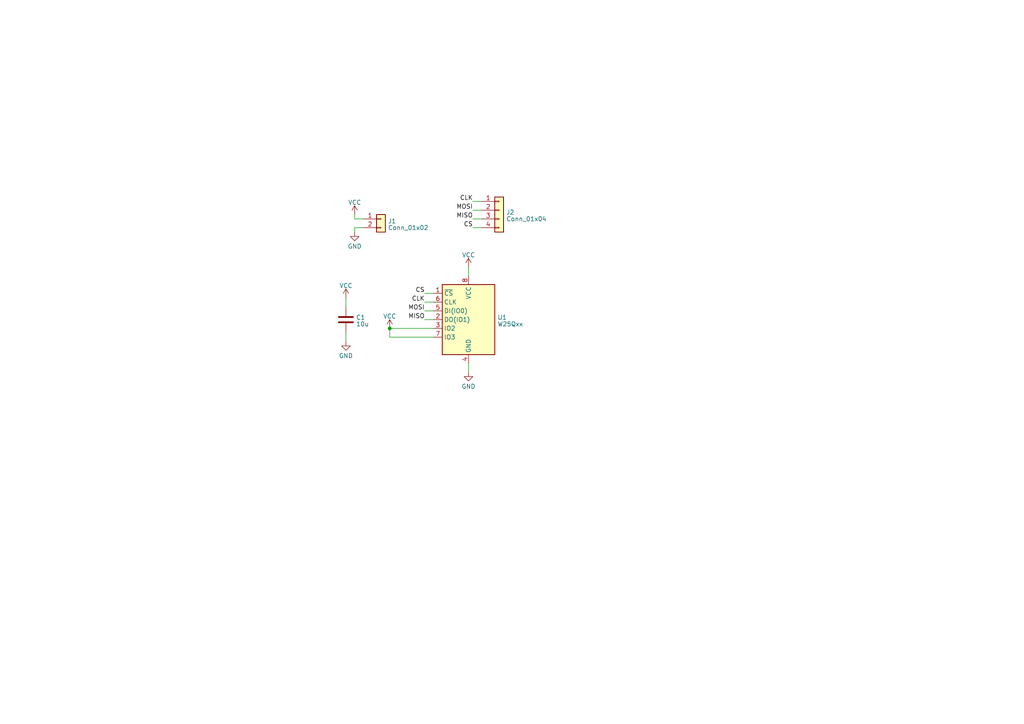
<source format=kicad_sch>
(kicad_sch (version 20230121) (generator eeschema)
  (paper "A4")
  (lib_symbols
    (symbol "Connector_Generic:Conn_01x02" (pin_names (offset 1.016) hide)
      (property "Reference" "J" (at 0 2.54 0))
      (property "Value" "Conn_01x02" (at 0 -5.08 0))
      (symbol "Conn_01x02_1_1"
        (rectangle (start -1.27 -2.413) (end 0 -2.667) (stroke (width 0.1524)))
        (rectangle (start -1.27 0.127) (end 0 -0.127) (stroke (width 0.1524)))
        (rectangle (start -1.27 1.27) (end 1.27 -3.81) (stroke (width 0.254)) (fill (type background)))
        (pin passive line (at -5.08 0 0) (length 3.81) (name "Pin_1") (number "1"))
        (pin passive line (at -5.08 -2.54 0) (length 3.81) (name "Pin_2") (number "2"))
      )
    )
    (symbol "Connector_Generic:Conn_01x04" (pin_names (offset 1.016) hide)
      (property "Reference" "J" (at 0 5.08 0))
      (property "Value" "Conn_01x04" (at 0 -7.62 0))
      (symbol "Conn_01x04_1_1"
        (rectangle (start -1.27 -4.953) (end 0 -5.207) (stroke (width 0.1524)))
        (rectangle (start -1.27 -2.413) (end 0 -2.667) (stroke (width 0.1524)))
        (rectangle (start -1.27 0.127) (end 0 -0.127) (stroke (width 0.1524)))
        (rectangle (start -1.27 2.667) (end 0 2.413) (stroke (width 0.1524)))
        (rectangle (start -1.27 3.81) (end 1.27 -6.35) (stroke (width 0.254)) (fill (type background)))
        (pin passive line (at -5.08 2.54 0) (length 3.81) (name "Pin_1") (number "1"))
        (pin passive line (at -5.08 0 0) (length 3.81) (name "Pin_2") (number "2"))
        (pin passive line (at -5.08 -2.54 0) (length 3.81) (name "Pin_3") (number "3"))
        (pin passive line (at -5.08 -5.08 0) (length 3.81) (name "Pin_4") (number "4"))
      )
    )
    (symbol "Device:C" (pin_numbers hide) (pin_names (offset 0.254))
      (property "Reference" "C" (at 0.635 2.54 0))
      (property "Value" "C" (at 0.635 -2.54 0))
      (symbol "C_0_1"
        (polyline (pts (xy -2.032 -0.762) (xy 2.032 -0.762)) (stroke (width 0.508)))
        (polyline (pts (xy -2.032 0.762) (xy 2.032 0.762)) (stroke (width 0.508)))
      )
      (symbol "C_1_1"
        (pin passive line (at 0 3.81 270) (length 2.794) (name "~") (number "1"))
        (pin passive line (at 0 -3.81 90) (length 2.794) (name "~") (number "2"))
      )
    )
    (symbol "Memory_Flash:W25Q32JVSS"
      (property "Reference" "U" (at -6.35 11.43 0))
      (property "Value" "W25Q32JVSS" (at 7.62 11.43 0))
      (symbol "W25Q32JVSS_0_1"
        (rectangle (start -7.62 10.16) (end 7.62 -10.16) (stroke (width 0.254)) (fill (type background)))
      )
      (symbol "W25Q32JVSS_1_1"
        (pin input line (at -10.16 7.62 0) (length 2.54) (name "~{CS}") (number "1"))
        (pin bidirectional line (at -10.16 0 0) (length 2.54) (name "DO(IO1)") (number "2"))
        (pin bidirectional line (at -10.16 -2.54 0) (length 2.54) (name "IO2") (number "3"))
        (pin power_in line (at 0 -12.7 90) (length 2.54) (name "GND") (number "4"))
        (pin bidirectional line (at -10.16 2.54 0) (length 2.54) (name "DI(IO0)") (number "5"))
        (pin input line (at -10.16 5.08 0) (length 2.54) (name "CLK") (number "6"))
        (pin bidirectional line (at -10.16 -5.08 0) (length 2.54) (name "IO3") (number "7"))
        (pin power_in line (at 0 12.7 270) (length 2.54) (name "VCC") (number "8"))
      )
    )
    (symbol "power:GND" (power) (pin_names (offset 0))
      (property "Value" "GND" (at 0 -3.81 0))
      (symbol "GND_0_1"
        (polyline (pts (xy 0 0) (xy 0 -1.27) (xy 1.27 -1.27) (xy 0 -2.54) (xy -1.27 -1.27) (xy 0 -1.27)))
      )
      (symbol "GND_1_1"
        (pin power_in line (at 0 0 270) (length 0) hide (name "GND") (number "1"))
      )
    )
    (symbol "power:VCC" (power) (pin_names (offset 0))
      (property "Value" "VCC" (at 0 3.81 0))
      (symbol "VCC_0_1"
        (polyline (pts (xy -0.762 1.27) (xy 0 2.54)))
        (polyline (pts (xy 0 0) (xy 0 2.54)))
        (polyline (pts (xy 0 2.54) (xy 0.762 1.27)))
      )
      (symbol "VCC_1_1"
        (pin power_in line (at 0 0 90) (length 0) hide (name "VCC") (number "1"))
      )
    )
  )
  (junction (at 113.03 95.25))
  (wire (pts (xy 113.03 95.25) (xy 125.73 95.25)))
  (wire (pts (xy 137.16 58.42) (xy 139.7 58.42)))
  (wire (pts (xy 137.16 60.96) (xy 139.7 60.96)))
  (wire (pts (xy 105.41 66.04) (xy 102.87 66.04)))
  (wire (pts (xy 135.89 77.47) (xy 135.89 80.01)))
  (wire (pts (xy 123.19 85.09) (xy 125.73 85.09)))
  (wire (pts (xy 123.19 92.71) (xy 125.73 92.71)))
  (wire (pts (xy 102.87 63.5) (xy 102.87 62.23)))
  (wire (pts (xy 113.03 97.79) (xy 125.73 97.79)))
  (wire (pts (xy 123.19 87.63) (xy 125.73 87.63)))
  (wire (pts (xy 113.03 97.79) (xy 113.03 95.25)))
  (wire (pts (xy 135.89 105.41) (xy 135.89 107.95)))
  (wire (pts (xy 100.33 96.52) (xy 100.33 99.06)))
  (wire (pts (xy 100.33 86.36) (xy 100.33 88.9)))
  (wire (pts (xy 137.16 66.04) (xy 139.7 66.04)))
  (wire (pts (xy 102.87 66.04) (xy 102.87 67.31)))
  (wire (pts (xy 123.19 90.17) (xy 125.73 90.17)))
  (wire (pts (xy 105.41 63.5) (xy 102.87 63.5)))
  (wire (pts (xy 137.16 63.5) (xy 139.7 63.5)))
  (label "MISO" (at 137.16 63.5 180))
  (label "MOSI" (at 137.16 60.96 180))
  (label "CS" (at 123.19 85.09 180))
  (label "CS" (at 137.16 66.04 180))
  (label "CLK" (at 123.19 87.63 180))
  (label "MISO" (at 123.19 92.71 180))
  (label "CLK" (at 137.16 58.42 180))
  (label "MOSI" (at 123.19 90.17 180))
  (symbol (lib_id "power:VCC") (at 102.87 62.23 0) (unit 1)
    (property "Reference" "#PWR06" (effects hide))
    (property "Value" "VCC" (at 102.87 58.7281 0))
  )
  (symbol (lib_id "power:GND") (at 135.89 107.95 0) (unit 1)
    (property "Reference" "#PWR02" (effects hide))
    (property "Value" "GND" (at 135.89 112.0855 0))
  )
  (symbol (lib_id "power:GND") (at 102.87 67.31 0) (unit 1)
    (property "Reference" "#PWR07" (effects hide))
    (property "Value" "GND" (at 102.87 71.4455 0))
  )
  (symbol (lib_id "Memory_Flash:W25Q32JVSS") (at 135.89 92.71 0) (unit 1)
    (property "Reference" "U1" (at 144.272 92.0663 0) (effects (justify left)))
    (property "Value" "W25Qxx" (at 144.272 93.9873 0) (effects (justify left)))
    (property "Footprint" "Package_SO:SOIC-8_5.23x5.23mm_P1.27mm" (effects hide))
    (property "Datasheet" "http://www.winbond.com/resource-files/w25q32jv%20revg%2003272018%20plus.pdf" (effects hide))
  )
  (symbol (lib_id "Device:C") (at 100.33 92.71 0) (unit 1)
    (property "Reference" "C1" (at 103.251 92.0663 0) (effects (justify left)))
    (property "Value" "10u" (at 103.251 93.9873 0) (effects (justify left)))
    (property "Footprint" "Capacitor_SMD:C_0805_2012Metric_Pad1.18x1.45mm_HandSolder" (effects hide))
  )
  (symbol (lib_id "power:VCC") (at 135.89 77.47 0) (unit 1)
    (property "Reference" "#PWR01" (effects hide))
    (property "Value" "VCC" (at 135.89 73.9681 0))
  )
  (symbol (lib_id "power:VCC") (at 113.03 95.25 0) (unit 1)
    (property "Reference" "#PWR03" (effects hide))
    (property "Value" "VCC" (at 113.03 91.7481 0))
  )
  (symbol (lib_id "power:VCC") (at 100.33 86.36 0) (unit 1)
    (property "Reference" "#PWR04" (effects hide))
    (property "Value" "VCC" (at 100.33 82.8581 0))
  )
  (symbol (lib_id "power:GND") (at 100.33 99.06 0) (unit 1)
    (property "Reference" "#PWR05" (effects hide))
    (property "Value" "GND" (at 100.33 103.1955 0))
  )
  (symbol (lib_id "Connector_Generic:Conn_01x04") (at 144.78 60.96 0) (unit 1)
    (property "Reference" "J2" (at 146.812 61.5863 0) (effects (justify left)))
    (property "Value" "Conn_01x04" (at 146.812 63.5073 0) (effects (justify left)))
    (property "Footprint" "Connector_PinHeader_2.54mm:PinHeader_1x04_P2.54mm_Vertical" (effects hide))
  )
  (symbol (lib_id "Connector_Generic:Conn_01x02") (at 110.49 63.5 0) (unit 1)
    (property "Reference" "J1" (at 112.522 64.1263 0) (effects (justify left)))
    (property "Value" "Conn_01x02" (at 112.522 66.0473 0) (effects (justify left)))
    (property "Footprint" "Connector_PinHeader_2.54mm:PinHeader_1x02_P2.54mm_Vertical" (effects hide))
  )
)
</source>
